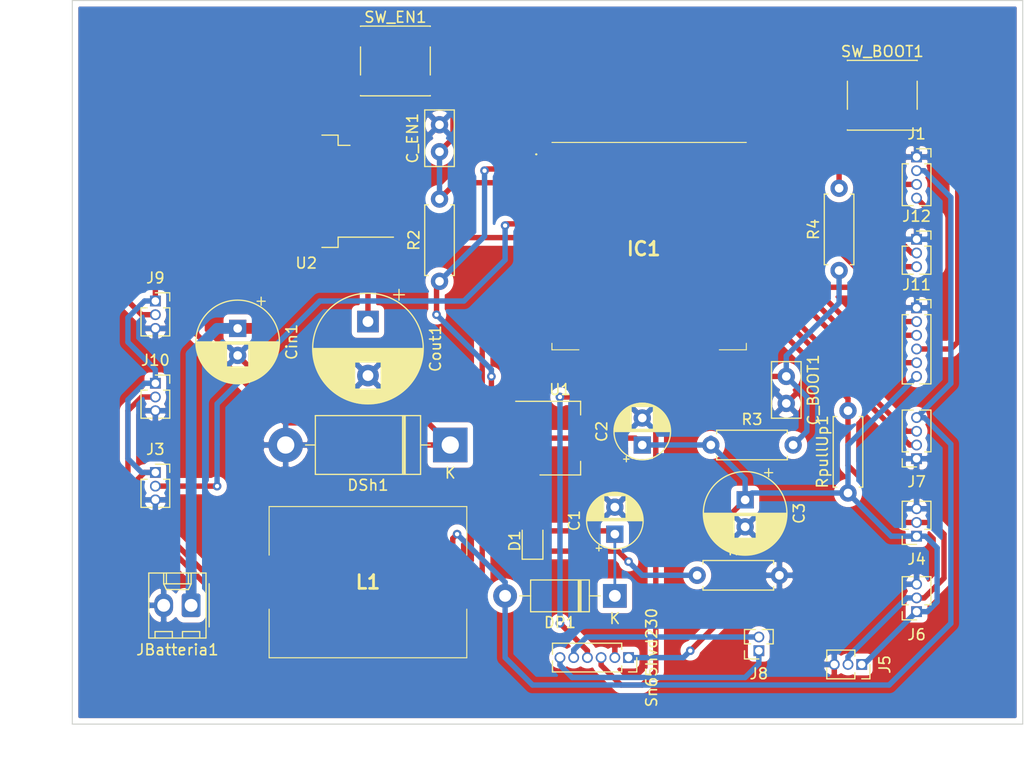
<source format=kicad_pcb>
(kicad_pcb (version 20171130) (host pcbnew "(5.1.10)-1")
  (layers (0 F.Cu signal) (31 B.Cu signal) (34 B.Paste user) (35 F.Paste user) (36 B.SilkS user) (37 F.SilkS user) (38 B.Mask user) (39 F.Mask user) (44 Edge.Cuts user))
  (net 0 "")
  (net 1 GND)
  (net 2 V5V)
  (net 3 V3V3)
  (net 4 36V)
  (net 5 5VReg)
  (net 6 "Net-(D1-Pad1)")
  (net 7 "Net-(DSh1-Pad1)")
  (net 8 "Net-(IC1-Pad4)")
  (net 9 "Net-(IC1-Pad5)")
  (net 10 "Net-(IC1-Pad10)")
  (net 11 "Net-(IC1-Pad11)")
  (net 12 "Net-(IC1-Pad12)")
  (net 13 "Net-(IC1-Pad13)")
  (net 14 "Net-(IC1-Pad14)")
  (net 15 "Net-(IC1-Pad15)")
  (net 16 "Net-(IC1-Pad16)")
  (net 17 "Net-(IC1-Pad19)")
  (net 18 "Net-(IC1-Pad20)")
  (net 19 "Net-(IC1-Pad21)")
  (net 20 "Net-(IC1-Pad22)")
  (net 21 "Net-(IC1-Pad23)")
  (net 22 "Net-(IC1-Pad24)")
  (net 23 OutSensorTemp)
  (net 24 MOSI_micSD)
  (net 25 CS_microSD)
  (net 26 SCK_micSD)
  (net 27 MISO_micSD)
  (net 28 "Net-(IC1-Pad32)")
  (net 29 RX-LCD)
  (net 30 TX-LCD)
  (net 31 CAN_CTX)
  (net 32 CAN_CRX)
  (net 33 "Net-(IC1-Pad38)")
  (net 34 "Net-(IC1-Pad39)")
  (net 35 "Net-(IC1-Pad40)")
  (net 36 "Net-(IC1-Pad41)")
  (net 37 "Net-(IC1-Pad42)")
  (net 38 "Net-(IC1-Pad43)")
  (net 39 "Net-(IC1-Pad44)")
  (net 40 "Net-(IC1-Pad45)")
  (net 41 "Net-(IC1-Pad46)")
  (net 42 "Net-(IC1-Pad47)")
  (net 43 "Net-(J8-Pad1)")
  (net 44 "Net-(J8-Pad2)")
  (net 45 OutSensorCC)
  (net 46 OutSensorCD)
  (net 47 "Net-(IC1-Pad8)")
  (net 48 OutSensorV)
  (net 49 SDA)
  (net 50 SCL)
  (net 51 EN)
  (net 52 BOOT)
  (net 53 RXD0)
  (net 54 TXD0)
  (net 55 "Net-(R4-Pad2)")
  (module Capacitor_THT:CP_Radial_D7.5mm_P2.50mm (layer F.Cu) (at 114.3 102.235 270)
    (fp_text reference C3 (at 1.25 -5 90) (layer F.SilkS))
    (fp_text value 100u)
    (pad 1 thru_hole rect (at 0 0 270) (size 1.6 1.6) (drill 0.8) (layers *.Cu *.Mask) (net 3 V3V3))
    (pad 2 thru_hole circle (at 2.5 0 270) (size 1.6 1.6) (drill 0.8) (layers *.Cu *.Mask) (net 1 GND))
  )
  (module Connector_PinSocket_1.27mm:PinSocket_1x06_P1.27mm_Vertical (layer F.Cu) (at 130.175 84.455)
    (fp_text reference J11 (at 0 -2.135) (layer F.SilkS))
    (fp_text value "Conector MicroSD")
    (pad 1 thru_hole rect (at 0 0) (size 1 1) (drill 0.7) (layers *.Cu *.Mask) (net 1 GND))
    (pad 2 thru_hole oval (at 0 1.27) (size 1 1) (drill 0.7) (layers *.Cu *.Mask) (net 27 MISO_micSD))
    (pad 3 thru_hole oval (at 0 2.54) (size 1 1) (drill 0.7) (layers *.Cu *.Mask) (net 26 SCK_micSD))
    (pad 4 thru_hole oval (at 0 3.81) (size 1 1) (drill 0.7) (layers *.Cu *.Mask) (net 24 MOSI_micSD))
    (pad 5 thru_hole oval (at 0 5.08) (size 1 1) (drill 0.7) (layers *.Cu *.Mask) (net 25 CS_microSD))
    (pad 6 thru_hole oval (at 0 6.35) (size 1 1) (drill 0.7) (layers *.Cu *.Mask) (net 3 V3V3))
  )
  (module Connector_PinSocket_1.27mm:PinSocket_1x03_P1.27mm_Vertical (layer F.Cu) (at 130.175 78.105)
    (fp_text reference J12 (at 0 -2.135) (layer F.SilkS))
    (fp_text value USB_TTL)
    (pad 1 thru_hole rect (at 0 0) (size 1 1) (drill 0.7) (layers *.Cu *.Mask) (net 1 GND))
    (pad 2 thru_hole oval (at 0 1.27) (size 1 1) (drill 0.7) (layers *.Cu *.Mask) (net 54 TXD0))
    (pad 3 thru_hole oval (at 0 2.54) (size 1 1) (drill 0.7) (layers *.Cu *.Mask) (net 53 RXD0))
  )
  (module Resistor_THT:R_Axial_DIN0207_L6.3mm_D2.5mm_P7.62mm_Horizontal (layer F.Cu) (at 123 81 90)
    (fp_text reference R4 (at 3.81 -2.37 90) (layer F.SilkS))
    (fp_text value 470)
    (pad 1 thru_hole circle (at 0 0 90) (size 1.6 1.6) (drill 0.8) (layers *.Cu *.Mask) (net 52 BOOT))
    (pad 2 thru_hole oval (at 7.62 0 90) (size 1.6 1.6) (drill 0.8) (layers *.Cu *.Mask) (net 55 "Net-(R4-Pad2)"))
  )
  (module Connector_PinSocket_1.27mm:PinSocket_1x03_P1.27mm_Vertical (layer F.Cu) (at 59.69 91.44)
    (fp_text reference J10 (at 0 -2.135) (layer F.SilkS))
    (fp_text value "Connector Sensor Voltaje")
    (pad 1 thru_hole rect (at 0 0) (size 1 1) (drill 0.7) (layers *.Cu *.Mask) (net 5 5VReg))
    (pad 2 thru_hole oval (at 0 1.27) (size 1 1) (drill 0.7) (layers *.Cu *.Mask) (net 48 OutSensorV))
    (pad 3 thru_hole oval (at 0 2.54) (size 1 1) (drill 0.7) (layers *.Cu *.Mask) (net 1 GND))
  )
  (module Capacitor_THT:CP_Radial_D5.0mm_P2.50mm (layer F.Cu) (at 102.235 105.41 90)
    (fp_text reference C1 (at 1.25 -3.75 90) (layer F.SilkS))
    (fp_text value 10u)
    (pad 2 thru_hole circle (at 2.5 0 90) (size 1.6 1.6) (drill 0.8) (layers *.Cu *.Mask) (net 1 GND))
    (pad 1 thru_hole rect (at 0 0 90) (size 1.6 1.6) (drill 0.8) (layers *.Cu *.Mask) (net 2 V5V))
  )
  (module Capacitor_THT:CP_Radial_D5.0mm_P2.50mm (layer F.Cu) (at 104.775 97.155 90)
    (fp_text reference C2 (at 1.25 -3.75 90) (layer F.SilkS))
    (fp_text value 10u)
    (pad 1 thru_hole rect (at 0 0 90) (size 1.6 1.6) (drill 0.8) (layers *.Cu *.Mask) (net 3 V3V3))
    (pad 2 thru_hole circle (at 2.5 0 90) (size 1.6 1.6) (drill 0.8) (layers *.Cu *.Mask) (net 1 GND))
  )
  (module Capacitor_THT:CP_Radial_D7.5mm_P2.50mm (layer F.Cu) (at 67.31 86.36 270)
    (fp_text reference Cin1 (at 1.25 -5 90) (layer F.SilkS))
    (fp_text value 100uF)
    (pad 2 thru_hole circle (at 2.5 0 270) (size 1.6 1.6) (drill 0.8) (layers *.Cu *.Mask) (net 1 GND))
    (pad 1 thru_hole rect (at 0 0 270) (size 1.6 1.6) (drill 0.8) (layers *.Cu *.Mask) (net 4 36V))
  )
  (module Capacitor_THT:CP_Radial_D10.0mm_P5.00mm (layer F.Cu) (at 79.375 85.725 270)
    (fp_text reference Cout1 (at 2.5 -6.25 90) (layer F.SilkS))
    (fp_text value 1000uF)
    (pad 1 thru_hole rect (at 0 0 270) (size 2 2) (drill 1) (layers *.Cu *.Mask) (net 5 5VReg))
    (pad 2 thru_hole circle (at 5 0 270) (size 2 2) (drill 1) (layers *.Cu *.Mask) (net 1 GND))
  )
  (module Diode_THT:D_DO-201AD_P15.24mm_Horizontal (layer F.Cu) (at 86.995 97.155 180)
    (fp_text reference DSh1 (at 7.62 -3.72) (layer F.SilkS))
    (fp_text value 1N5822)
    (fp_text user K (at 0 -2.6) (layer F.SilkS))
    (pad 1 thru_hole rect (at 0 0 180) (size 3.2 3.2) (drill 1.6) (layers *.Cu *.Mask) (net 7 "Net-(DSh1-Pad1)"))
    (pad 2 thru_hole oval (at 15.24 0 180) (size 3.2 3.2) (drill 1.6) (layers *.Cu *.Mask) (net 1 GND))
  )
  (module ESP32WROOM32D:ESP32WROOM32DM113DH2800PH3Q0 (layer F.Cu) (at 105.41 78.74)
    (fp_text reference IC1 (at -0.5 0.25) (layer F.SilkS) (effects (font (size 1.27 1.27) (thickness 0.254))))
    (fp_text value ESP32-WROOM-32D_M113DH2800PH3Q0_ hide)
    (pad 1 smd rect (at -8.5 -8.41 90) (size 0.9 2) (layers F.Cu F.Paste F.Mask) (net 1 GND))
    (pad 2 smd rect (at -8.5 -7.14 90) (size 0.9 2) (layers F.Cu F.Paste F.Mask) (net 3 V3V3))
    (pad 3 smd rect (at -8.5 -5.87 90) (size 0.9 2) (layers F.Cu F.Paste F.Mask) (net 51 EN))
    (pad 4 smd rect (at -8.5 -4.6 90) (size 0.9 2) (layers F.Cu F.Paste F.Mask) (net 8 "Net-(IC1-Pad4)"))
    (pad 5 smd rect (at -8.5 -3.33 90) (size 0.9 2) (layers F.Cu F.Paste F.Mask) (net 9 "Net-(IC1-Pad5)"))
    (pad 6 smd rect (at -8.5 -2.06 90) (size 0.9 2) (layers F.Cu F.Paste F.Mask) (net 45 OutSensorCC))
    (pad 7 smd rect (at -8.5 -0.79 90) (size 0.9 2) (layers F.Cu F.Paste F.Mask) (net 46 OutSensorCD))
    (pad 8 smd rect (at -8.5 0.48 90) (size 0.9 2) (layers F.Cu F.Paste F.Mask) (net 47 "Net-(IC1-Pad8)"))
    (pad 9 smd rect (at -8.5 1.75 90) (size 0.9 2) (layers F.Cu F.Paste F.Mask) (net 48 OutSensorV))
    (pad 10 smd rect (at -8.5 3.02 90) (size 0.9 2) (layers F.Cu F.Paste F.Mask) (net 10 "Net-(IC1-Pad10)"))
    (pad 11 smd rect (at -8.5 4.29 90) (size 0.9 2) (layers F.Cu F.Paste F.Mask) (net 11 "Net-(IC1-Pad11)"))
    (pad 12 smd rect (at -8.5 5.56 90) (size 0.9 2) (layers F.Cu F.Paste F.Mask) (net 12 "Net-(IC1-Pad12)"))
    (pad 13 smd rect (at -8.5 6.83 90) (size 0.9 2) (layers F.Cu F.Paste F.Mask) (net 13 "Net-(IC1-Pad13)"))
    (pad 14 smd rect (at -8.5 8.1 90) (size 0.9 2) (layers F.Cu F.Paste F.Mask) (net 14 "Net-(IC1-Pad14)"))
    (pad 15 smd rect (at -5.715 9.1) (size 0.9 2) (layers F.Cu F.Paste F.Mask) (net 15 "Net-(IC1-Pad15)"))
    (pad 16 smd rect (at -4.445 9.1) (size 0.9 2) (layers F.Cu F.Paste F.Mask) (net 16 "Net-(IC1-Pad16)"))
    (pad 17 smd rect (at -3.175 9.1) (size 0.9 2) (layers F.Cu F.Paste F.Mask) (net 32 CAN_CRX))
    (pad 18 smd rect (at -1.905 9.1) (size 0.9 2) (layers F.Cu F.Paste F.Mask) (net 31 CAN_CTX))
    (pad 19 smd rect (at -0.635 9.1) (size 0.9 2) (layers F.Cu F.Paste F.Mask) (net 17 "Net-(IC1-Pad19)"))
    (pad 20 smd rect (at 0.635 9.1) (size 0.9 2) (layers F.Cu F.Paste F.Mask) (net 18 "Net-(IC1-Pad20)"))
    (pad 21 smd rect (at 1.905 9.1) (size 0.9 2) (layers F.Cu F.Paste F.Mask) (net 19 "Net-(IC1-Pad21)"))
    (pad 22 smd rect (at 3.175 9.1) (size 0.9 2) (layers F.Cu F.Paste F.Mask) (net 20 "Net-(IC1-Pad22)"))
    (pad 23 smd rect (at 4.445 9.1) (size 0.9 2) (layers F.Cu F.Paste F.Mask) (net 21 "Net-(IC1-Pad23)"))
    (pad 24 smd rect (at 5.715 9.1) (size 0.9 2) (layers F.Cu F.Paste F.Mask) (net 22 "Net-(IC1-Pad24)"))
    (pad 25 smd rect (at 8.5 8.1 90) (size 0.9 2) (layers F.Cu F.Paste F.Mask) (net 52 BOOT))
    (pad 26 smd rect (at 8.5 6.83 90) (size 0.9 2) (layers F.Cu F.Paste F.Mask) (net 23 OutSensorTemp))
    (pad 27 smd rect (at 8.5 5.56 90) (size 0.9 2) (layers F.Cu F.Paste F.Mask) (net 29 RX-LCD))
    (pad 28 smd rect (at 8.5 4.29 90) (size 0.9 2) (layers F.Cu F.Paste F.Mask) (net 30 TX-LCD))
    (pad 29 smd rect (at 8.5 3.02 90) (size 0.9 2) (layers F.Cu F.Paste F.Mask) (net 25 CS_microSD))
    (pad 30 smd rect (at 8.5 1.75 90) (size 0.9 2) (layers F.Cu F.Paste F.Mask) (net 26 SCK_micSD))
    (pad 31 smd rect (at 8.5 0.48 90) (size 0.9 2) (layers F.Cu F.Paste F.Mask) (net 27 MISO_micSD))
    (pad 32 smd rect (at 8.5 -0.79 90) (size 0.9 2) (layers F.Cu F.Paste F.Mask) (net 28 "Net-(IC1-Pad32)"))
    (pad 33 smd rect (at 8.5 -2.06 90) (size 0.9 2) (layers F.Cu F.Paste F.Mask) (net 49 SDA))
    (pad 34 smd rect (at 8.5 -3.33 90) (size 0.9 2) (layers F.Cu F.Paste F.Mask) (net 53 RXD0))
    (pad 35 smd rect (at 8.5 -4.6 90) (size 0.9 2) (layers F.Cu F.Paste F.Mask) (net 54 TXD0))
    (pad 36 smd rect (at 8.5 -5.87 90) (size 0.9 2) (layers F.Cu F.Paste F.Mask) (net 50 SCL))
    (pad 37 smd rect (at 8.5 -7.14 90) (size 0.9 2) (layers F.Cu F.Paste F.Mask) (net 24 MOSI_micSD))
    (pad 38 smd rect (at 8.5 -8.41 90) (size 0.9 2) (layers F.Cu F.Paste F.Mask) (net 33 "Net-(IC1-Pad38)"))
    (pad 39 smd rect (at -2.835 -2.745) (size 1.33 1.33) (layers F.Cu F.Paste F.Mask) (net 34 "Net-(IC1-Pad39)"))
    (pad 40 smd rect (at -1 -2.745) (size 1.33 1.33) (layers F.Cu F.Paste F.Mask) (net 35 "Net-(IC1-Pad40)"))
    (pad 41 smd rect (at 0.835 -2.745) (size 1.33 1.33) (layers F.Cu F.Paste F.Mask) (net 36 "Net-(IC1-Pad41)"))
    (pad 42 smd rect (at -2.835 -0.91) (size 1.33 1.33) (layers F.Cu F.Paste F.Mask) (net 37 "Net-(IC1-Pad42)"))
    (pad 43 smd rect (at -1 -0.91) (size 1.33 1.33) (layers F.Cu F.Paste F.Mask) (net 38 "Net-(IC1-Pad43)"))
    (pad 44 smd rect (at 0.835 -0.91) (size 1.33 1.33) (layers F.Cu F.Paste F.Mask) (net 39 "Net-(IC1-Pad44)"))
    (pad 45 smd rect (at -2.835 0.925) (size 1.33 1.33) (layers F.Cu F.Paste F.Mask) (net 40 "Net-(IC1-Pad45)"))
    (pad 46 smd rect (at -1 0.925) (size 1.33 1.33) (layers F.Cu F.Paste F.Mask) (net 41 "Net-(IC1-Pad46)"))
    (pad 47 smd rect (at 0.835 0.925) (size 1.33 1.33) (layers F.Cu F.Paste F.Mask) (net 42 "Net-(IC1-Pad47)"))
  )
  (module Connector_PinSocket_1.27mm:PinSocket_1x03_P1.27mm_Vertical (layer F.Cu) (at 59.69 99.695)
    (fp_text reference J3 (at 0 -2.135) (layer F.SilkS))
    (fp_text value "Connector Sensor Corriente Carga")
    (pad 3 thru_hole oval (at 0 2.54) (size 1 1) (drill 0.7) (layers *.Cu *.Mask) (net 1 GND))
    (pad 2 thru_hole oval (at 0 1.27) (size 1 1) (drill 0.7) (layers *.Cu *.Mask) (net 45 OutSensorCC))
    (pad 1 thru_hole rect (at 0 0) (size 1 1) (drill 0.7) (layers *.Cu *.Mask) (net 5 5VReg))
  )
  (module Connector_PinSocket_1.27mm:PinSocket_1x03_P1.27mm_Vertical (layer F.Cu) (at 130.175 105.6 180)
    (fp_text reference J4 (at 0 -2.135) (layer F.SilkS))
    (fp_text value "Connector Sensor Temp 1")
    (pad 1 thru_hole rect (at 0 0 180) (size 1 1) (drill 0.7) (layers *.Cu *.Mask) (net 3 V3V3))
    (pad 2 thru_hole oval (at 0 1.27 180) (size 1 1) (drill 0.7) (layers *.Cu *.Mask) (net 23 OutSensorTemp))
    (pad 3 thru_hole oval (at 0 2.54 180) (size 1 1) (drill 0.7) (layers *.Cu *.Mask) (net 1 GND))
  )
  (module Connector_PinSocket_1.27mm:PinSocket_1x03_P1.27mm_Vertical (layer F.Cu) (at 125.095 117.475 270)
    (fp_text reference J5 (at 0 -2.135 90) (layer F.SilkS))
    (fp_text value "Connector Sensor Temp 2")
    (pad 3 thru_hole oval (at 0 2.54 270) (size 1 1) (drill 0.7) (layers *.Cu *.Mask) (net 1 GND))
    (pad 2 thru_hole oval (at 0 1.27 270) (size 1 1) (drill 0.7) (layers *.Cu *.Mask) (net 23 OutSensorTemp))
    (pad 1 thru_hole rect (at 0 0 270) (size 1 1) (drill 0.7) (layers *.Cu *.Mask) (net 3 V3V3))
  )
  (module Connector_PinSocket_1.27mm:PinSocket_1x03_P1.27mm_Vertical (layer F.Cu) (at 130.175 112.585 180)
    (fp_text reference J6 (at 0 -2.135) (layer F.SilkS))
    (fp_text value "Connector Sensor Temp 3")
    (pad 1 thru_hole rect (at 0 0 180) (size 1 1) (drill 0.7) (layers *.Cu *.Mask) (net 3 V3V3))
    (pad 2 thru_hole oval (at 0 1.27 180) (size 1 1) (drill 0.7) (layers *.Cu *.Mask) (net 23 OutSensorTemp))
    (pad 3 thru_hole oval (at 0 2.54 180) (size 1 1) (drill 0.7) (layers *.Cu *.Mask) (net 1 GND))
  )
  (module Resistor_THT:R_Axial_DIN0207_L6.3mm_D2.5mm_P7.62mm_Horizontal (layer F.Cu) (at 109.855 109.22)
    (fp_text reference R1 (at 3.81 -2.37) (layer F.SilkS))
    (fp_text value 1k)
    (pad 1 thru_hole circle (at 0 0) (size 1.6 1.6) (drill 0.8) (layers *.Cu *.Mask) (net 6 "Net-(D1-Pad1)"))
    (pad 2 thru_hole oval (at 7.62 0) (size 1.6 1.6) (drill 0.8) (layers *.Cu *.Mask) (net 1 GND))
  )
  (module Resistor_THT:R_Axial_DIN0207_L6.3mm_D2.5mm_P7.62mm_Horizontal (layer F.Cu) (at 123.825 101.6 90)
    (fp_text reference RpullUp1 (at 3.81 -2.37 90) (layer F.SilkS))
    (fp_text value 4.7k)
    (pad 2 thru_hole oval (at 7.62 0 90) (size 1.6 1.6) (drill 0.8) (layers *.Cu *.Mask) (net 23 OutSensorTemp))
    (pad 1 thru_hole circle (at 0 0 90) (size 1.6 1.6) (drill 0.8) (layers *.Cu *.Mask) (net 3 V3V3))
  )
  (module Package_TO_SOT_SMD:SOT-223-3_TabPin2 (layer F.Cu) (at 97.155 96.52)
    (fp_text reference U1 (at 0 -4.5) (layer F.SilkS))
    (fp_text value AMS1117)
    (pad 2 smd rect (at 3.15 0) (size 2 3.8) (layers F.Cu F.Paste F.Mask) (net 3 V3V3))
    (pad 2 smd rect (at -3.15 0) (size 2 1.5) (layers F.Cu F.Paste F.Mask) (net 3 V3V3))
    (pad 3 smd rect (at -3.15 2.3) (size 2 1.5) (layers F.Cu F.Paste F.Mask) (net 2 V5V))
    (pad 1 smd rect (at -3.15 -2.3) (size 2 1.5) (layers F.Cu F.Paste F.Mask) (net 1 GND))
  )
  (module Package_TO_SOT_SMD:TO-263-5_TabPin3 (layer F.Cu) (at 73.66 73.66 180)
    (fp_text reference U2 (at 0 -6.65) (layer F.SilkS))
    (fp_text value LM2576S-5)
    (pad 1 smd rect (at -5.775 -3.4 180) (size 4.6 1.1) (layers F.Cu F.Paste F.Mask) (net 4 36V))
    (pad 2 smd rect (at -5.775 -1.7 180) (size 4.6 1.1) (layers F.Cu F.Paste F.Mask) (net 7 "Net-(DSh1-Pad1)"))
    (pad 3 smd rect (at -5.775 0 180) (size 4.6 1.1) (layers F.Cu F.Paste F.Mask) (net 1 GND))
    (pad 4 smd rect (at -5.775 1.7 180) (size 4.6 1.1) (layers F.Cu F.Paste F.Mask) (net 5 5VReg))
    (pad 5 smd rect (at -5.775 3.4 180) (size 4.6 1.1) (layers F.Cu F.Paste F.Mask) (net 1 GND))
    (pad 3 smd rect (at 3.375 0 180) (size 9.4 10.8) (layers F.Cu F.Mask) (net 1 GND))
  )
  (module Connector_PinSocket_1.27mm:PinSocket_1x03_P1.27mm_Vertical (layer F.Cu) (at 59.69 83.82)
    (fp_text reference J9 (at 0 -2.135) (layer F.SilkS))
    (fp_text value "Connector Sensor Corriente Descarga")
    (pad 3 thru_hole oval (at 0 2.54) (size 1 1) (drill 0.7) (layers *.Cu *.Mask) (net 1 GND))
    (pad 2 thru_hole oval (at 0 1.27) (size 1 1) (drill 0.7) (layers *.Cu *.Mask) (net 46 OutSensorCD))
    (pad 1 thru_hole rect (at 0 0) (size 1 1) (drill 0.7) (layers *.Cu *.Mask) (net 5 5VReg))
  )
  (module SDR11806-101KL:SDR1806101KL (layer F.Cu) (at 79.375 109.855)
    (fp_text reference L1 (at 0 0) (layer F.SilkS) (effects (font (size 1.27 1.27) (thickness 0.254))))
    (fp_text value SDR1806-101KL hide)
    (pad 1 smd rect (at -7.85 0 90) (size 2.9 3) (layers F.Cu F.Paste F.Mask) (net 7 "Net-(DSh1-Pad1)"))
    (pad 2 smd rect (at 7.85 0 90) (size 2.9 3) (layers F.Cu F.Paste F.Mask) (net 5 5VReg))
  )
  (module Diode_THT:D_DO-41_SOD81_P10.16mm_Horizontal (layer F.Cu) (at 102.235 111.125 180)
    (fp_text reference DP1 (at 5.08 -2.47) (layer F.SilkS))
    (fp_text value 1N5819)
    (fp_text user K (at 0 -2.1) (layer F.SilkS))
    (pad 1 thru_hole rect (at 0 0 180) (size 2.2 2.2) (drill 1.1) (layers *.Cu *.Mask) (net 2 V5V))
    (pad 2 thru_hole oval (at 10.16 0 180) (size 2.2 2.2) (drill 1.1) (layers *.Cu *.Mask) (net 5 5VReg))
  )
  (module Resistor_THT:R_Axial_DIN0207_L6.3mm_D2.5mm_P7.62mm_Horizontal (layer F.Cu) (at 86 82 90)
    (fp_text reference R2 (at 3.81 -2.37 90) (layer F.SilkS))
    (fp_text value 10k)
    (pad 1 thru_hole circle (at 0 0 90) (size 1.6 1.6) (drill 0.8) (layers *.Cu *.Mask) (net 3 V3V3))
    (pad 2 thru_hole oval (at 7.62 0 90) (size 1.6 1.6) (drill 0.8) (layers *.Cu *.Mask) (net 51 EN))
  )
  (module Resistor_THT:R_Axial_DIN0207_L6.3mm_D2.5mm_P7.62mm_Horizontal (layer F.Cu) (at 111.125 97.155)
    (fp_text reference R3 (at 3.81 -2.37) (layer F.SilkS))
    (fp_text value 10k)
    (pad 2 thru_hole oval (at 7.62 0) (size 1.6 1.6) (drill 0.8) (layers *.Cu *.Mask) (net 52 BOOT))
    (pad 1 thru_hole circle (at 0 0) (size 1.6 1.6) (drill 0.8) (layers *.Cu *.Mask) (net 3 V3V3))
  )
  (module Button_Switch_SMD:SW_Push_1P1T_NO_6x6mm_H9.5mm (layer F.Cu) (at 127 64.77)
    (fp_text reference SW_BOOT1 (at 0 -4.05) (layer F.SilkS))
    (fp_text value SW_Push)
    (pad 2 smd rect (at 3.975 2.25) (size 1.55 1.3) (layers F.Cu F.Paste F.Mask) (net 55 "Net-(R4-Pad2)"))
    (pad 1 smd rect (at 3.975 -2.25) (size 1.55 1.3) (layers F.Cu F.Paste F.Mask) (net 1 GND))
    (pad 1 smd rect (at -3.975 -2.25) (size 1.55 1.3) (layers F.Cu F.Paste F.Mask) (net 1 GND))
    (pad 2 smd rect (at -3.975 2.25) (size 1.55 1.3) (layers F.Cu F.Paste F.Mask) (net 55 "Net-(R4-Pad2)"))
  )
  (module Button_Switch_SMD:SW_Push_1P1T_NO_6x6mm_H9.5mm (layer F.Cu) (at 81.915 61.595)
    (fp_text reference SW_EN1 (at 0 -4.05) (layer F.SilkS))
    (fp_text value SW_Push)
    (pad 2 smd rect (at -3.975 2.25) (size 1.55 1.3) (layers F.Cu F.Paste F.Mask) (net 51 EN))
    (pad 1 smd rect (at -3.975 -2.25) (size 1.55 1.3) (layers F.Cu F.Paste F.Mask) (net 1 GND))
    (pad 1 smd rect (at 3.975 -2.25) (size 1.55 1.3) (layers F.Cu F.Paste F.Mask) (net 1 GND))
    (pad 2 smd rect (at 3.975 2.25) (size 1.55 1.3) (layers F.Cu F.Paste F.Mask) (net 51 EN))
  )
  (module LED_SMD:LED_0805_2012Metric (layer F.Cu) (at 94.615 106.045 90)
    (fp_text reference D1 (at 0 -1.65 90) (layer F.SilkS))
    (fp_text value LED)
    (pad 1 smd roundrect (at -0.9375 0 90) (size 0.975 1.4) (layers F.Cu F.Paste F.Mask) (net 6 "Net-(D1-Pad1)"))
    (pad 2 smd roundrect (at 0.9375 0 90) (size 0.975 1.4) (layers F.Cu F.Paste F.Mask) (net 2 V5V))
  )
  (module Connector_PinSocket_1.27mm:PinSocket_1x04_P1.27mm_Vertical (layer F.Cu) (at 130.175 70.485)
    (fp_text reference J1 (at 0 -2.135) (layer F.SilkS))
    (fp_text value I2C)
    (pad 4 thru_hole oval (at 0 3.81) (size 1 1) (drill 0.7) (layers *.Cu *.Mask) (net 49 SDA))
    (pad 3 thru_hole oval (at 0 2.54) (size 1 1) (drill 0.7) (layers *.Cu *.Mask) (net 50 SCL))
    (pad 2 thru_hole oval (at 0 1.27) (size 1 1) (drill 0.7) (layers *.Cu *.Mask) (net 5 5VReg))
    (pad 1 thru_hole rect (at 0 0) (size 1 1) (drill 0.7) (layers *.Cu *.Mask) (net 1 GND))
  )
  (module Connector_PinSocket_1.27mm:PinSocket_1x04_P1.27mm_Vertical (layer F.Cu) (at 130.175 98.425 180)
    (fp_text reference J7 (at 0 -2.135) (layer F.SilkS))
    (fp_text value LCD)
    (pad 1 thru_hole rect (at 0 0 180) (size 1 1) (drill 0.7) (layers *.Cu *.Mask) (net 1 GND))
    (pad 2 thru_hole oval (at 0 1.27 180) (size 1 1) (drill 0.7) (layers *.Cu *.Mask) (net 29 RX-LCD))
    (pad 3 thru_hole oval (at 0 2.54 180) (size 1 1) (drill 0.7) (layers *.Cu *.Mask) (net 30 TX-LCD))
    (pad 4 thru_hole oval (at 0 3.81 180) (size 1 1) (drill 0.7) (layers *.Cu *.Mask) (net 5 5VReg))
  )
  (module Connector_PinSocket_1.27mm:PinSocket_1x02_P1.27mm_Vertical (layer F.Cu) (at 115.57 116.205 180)
    (fp_text reference J8 (at 0 -2.135) (layer F.SilkS))
    (fp_text value Conn_01x02)
    (pad 1 thru_hole rect (at 0 0 180) (size 1 1) (drill 0.7) (layers *.Cu *.Mask) (net 43 "Net-(J8-Pad1)"))
    (pad 2 thru_hole oval (at 0 1.27 180) (size 1 1) (drill 0.7) (layers *.Cu *.Mask) (net 44 "Net-(J8-Pad2)"))
  )
  (module Connector_PinSocket_1.27mm:PinSocket_1x06_P1.27mm_Vertical (layer F.Cu) (at 103.505 116.84 270)
    (fp_text reference Sn65hvd230 (at 0 -2.135 90) (layer F.SilkS))
    (fp_text value TransceptorCanBus)
    (pad 1 thru_hole rect (at 0 0 270) (size 1 1) (drill 0.7) (layers *.Cu *.Mask) (net 3 V3V3))
    (pad 2 thru_hole oval (at 0 1.27 270) (size 1 1) (drill 0.7) (layers *.Cu *.Mask) (net 1 GND))
    (pad 3 thru_hole oval (at 0 2.54 270) (size 1 1) (drill 0.7) (layers *.Cu *.Mask) (net 31 CAN_CTX))
    (pad 4 thru_hole oval (at 0 3.81 270) (size 1 1) (drill 0.7) (layers *.Cu *.Mask) (net 32 CAN_CRX))
    (pad 5 thru_hole oval (at 0 5.08 270) (size 1 1) (drill 0.7) (layers *.Cu *.Mask) (net 44 "Net-(J8-Pad2)"))
    (pad 6 thru_hole oval (at 0 6.35 270) (size 1 1) (drill 0.7) (layers *.Cu *.Mask) (net 43 "Net-(J8-Pad1)"))
  )
  (module Connector_Molex:Molex_KK-254_AE-6410-02A_1x02_P2.54mm_Vertical (layer F.Cu) (at 63 112 180)
    (fp_text reference JBatteria1 (at 1.27 -4.12) (layer F.SilkS))
    (fp_text value Conn_01x02_Male)
    (pad 1 thru_hole roundrect (at 0 0 180) (size 1.74 2.19) (drill 1.19) (layers *.Cu *.Mask) (roundrect_rratio 0.1436775862068966) (net 4 36V))
    (pad 2 thru_hole oval (at 2.54 0 180) (size 1.74 2.19) (drill 1.19) (layers *.Cu *.Mask) (net 1 GND))
  )
  (module Capacitor_THT:C_Disc_D5.0mm_W2.5mm_P2.50mm (layer F.Cu) (at 118.11 90.805 270)
    (fp_text reference C_BOOT1 (at 1.25 -2.5 90) (layer F.SilkS))
    (fp_text value 100nF)
    (pad 2 thru_hole circle (at 2.5 0 270) (size 1.6 1.6) (drill 0.8) (layers *.Cu *.Mask) (net 1 GND))
    (pad 1 thru_hole circle (at 0 0 270) (size 1.6 1.6) (drill 0.8) (layers *.Cu *.Mask) (net 52 BOOT))
  )
  (module Capacitor_THT:C_Disc_D5.0mm_W2.5mm_P2.50mm (layer F.Cu) (at 86 70 90)
    (fp_text reference C_EN1 (at 1.25 -2.5 90) (layer F.SilkS))
    (fp_text value 100nF)
    (pad 1 thru_hole circle (at 0 0 90) (size 1.6 1.6) (drill 0.8) (layers *.Cu *.Mask) (net 51 EN))
    (pad 2 thru_hole circle (at 2.5 0 90) (size 1.6 1.6) (drill 0.8) (layers *.Cu *.Mask) (net 1 GND))
  )
  (gr_line (start 52 56) (end 53 56) (layer Edge.Cuts) (width 0.1))
  (gr_line (start 52 123) (end 52 56) (layer Edge.Cuts) (width 0.1))
  (gr_line (start 140 123) (end 52 123) (layer Edge.Cuts) (width 0.1))
  (gr_line (start 140 56) (end 140 123) (layer Edge.Cuts) (width 0.1))
  (gr_line (start 53 56) (end 140 56) (layer Edge.Cuts) (width 0.1))
  (segment (start 94.005 104.4975) (end 94.615 105.1075) (width 0.25) (layer F.Cu) (net 2))
  (segment (start 94.005 98.82) (end 94.005 104.4975) (width 0.5) (layer F.Cu) (net 2))
  (segment (start 102.235 111.125) (end 102.235 105.41) (width 0.25) (layer B.Cu) (net 2))
  (segment (start 101.9325 105.1075) (end 102.235 105.41) (width 0.25) (layer F.Cu) (net 2))
  (segment (start 94.615 105.1075) (end 101.9325 105.1075) (width 0.5) (layer F.Cu) (net 2))
  (segment (start 104.14 96.52) (end 104.775 97.155) (width 0.5) (layer F.Cu) (net 3))
  (segment (start 100.305 96.52) (end 104.14 96.52) (width 0.5) (layer F.Cu) (net 3))
  (segment (start 94.005 96.52) (end 100.305 96.52) (width 0.5) (layer F.Cu) (net 3))
  (segment (start 92.755 96.52) (end 92.679999 96.595001) (width 0.25) (layer F.Cu) (net 3))
  (segment (start 94.005 96.52) (end 92.755 96.52) (width 0.5) (layer F.Cu) (net 3))
  (segment (start 127.825 105.6) (end 123.825 101.6) (width 0.5) (layer B.Cu) (net 3))
  (segment (start 130.175 105.6) (end 127.825 105.6) (width 0.5) (layer B.Cu) (net 3))
  (segment (start 125.285 117.475) (end 130.175 112.585) (width 0.5) (layer B.Cu) (net 3))
  (segment (start 125.095 117.475) (end 125.285 117.475) (width 0.25) (layer B.Cu) (net 3))
  (segment (start 123.825 97.155) (end 130.175 90.805) (width 0.5) (layer B.Cu) (net 3))
  (segment (start 123.825 101.6) (end 123.825 97.155) (width 0.5) (layer B.Cu) (net 3))
  (via (at 90.805 90.805) (size 0.8) (drill 0.4) (layers F.Cu B.Cu) (net 3))
  (segment (start 90.805 94.57) (end 90.805 90.805) (width 0.5) (layer F.Cu) (net 3))
  (segment (start 92.755 96.52) (end 90.805 94.57) (width 0.5) (layer F.Cu) (net 3))
  (via (at 85.725 85.09) (size 0.8) (drill 0.4) (layers F.Cu B.Cu) (net 3))
  (segment (start 90.805 90.17) (end 85.725 85.09) (width 0.5) (layer B.Cu) (net 3))
  (segment (start 90.805 90.805) (end 90.805 90.17) (width 0.5) (layer B.Cu) (net 3))
  (segment (start 85.725 82.275) (end 86 82) (width 0.25) (layer F.Cu) (net 3))
  (segment (start 85.725 85.09) (end 85.725 82.275) (width 0.5) (layer F.Cu) (net 3))
  (segment (start 90.17 77.83) (end 86 82) (width 0.5) (layer B.Cu) (net 3))
  (segment (start 90.17 71.755) (end 90.17 77.83) (width 0.5) (layer B.Cu) (net 3))
  (segment (start 90.325 71.6) (end 90.17 71.755) (width 0.25) (layer F.Cu) (net 3))
  (segment (start 96.91 71.6) (end 90.325 71.6) (width 0.5) (layer F.Cu) (net 3))
  (via (at 90.17 71.755) (size 0.8) (drill 0.4) (layers F.Cu B.Cu) (net 3))
  (segment (start 110.49 97.155) (end 111.125 96.52) (width 0.5) (layer B.Cu) (net 3))
  (segment (start 114.935 101.6) (end 114.3 102.235) (width 0.5) (layer B.Cu) (net 3))
  (segment (start 123.825 101.6) (end 114.935 101.6) (width 0.5) (layer B.Cu) (net 3))
  (via (at 109.22 116.205) (size 0.8) (drill 0.4) (layers F.Cu B.Cu) (net 3))
  (segment (start 108.585 116.84) (end 109.22 116.205) (width 0.5) (layer B.Cu) (net 3))
  (segment (start 103.505 116.84) (end 108.585 116.84) (width 0.5) (layer B.Cu) (net 3))
  (segment (start 113.049999 103.485001) (end 114.3 102.235) (width 0.5) (layer F.Cu) (net 3))
  (segment (start 113.049999 112.375001) (end 113.049999 103.485001) (width 0.5) (layer F.Cu) (net 3))
  (segment (start 109.22 116.205) (end 113.049999 112.375001) (width 0.5) (layer F.Cu) (net 3))
  (segment (start 130.175 105.6) (end 131 105.6) (width 0.5) (layer B.Cu) (net 3))
  (segment (start 131 105.6) (end 132.08 106.68) (width 0.5) (layer B.Cu) (net 3))
  (segment (start 131.175 112.585) (end 130.175 112.585) (width 0.5) (layer B.Cu) (net 3))
  (segment (start 132.08 111.68) (end 131.175 112.585) (width 0.5) (layer B.Cu) (net 3))
  (segment (start 132.08 106.68) (end 132.08 111.68) (width 0.5) (layer B.Cu) (net 3))
  (segment (start 111.125 97.155) (end 104.775 97.155) (width 0.5) (layer B.Cu) (net 3))
  (segment (start 114.3 100.33) (end 111.125 97.155) (width 0.5) (layer B.Cu) (net 3))
  (segment (start 114.3 102.235) (end 114.3 100.33) (width 0.5) (layer B.Cu) (net 3))
  (segment (start 79.138518 77.06) (end 79.435 77.06) (width 1) (layer F.Cu) (net 4))
  (segment (start 69.838518 86.36) (end 79.138518 77.06) (width 1) (layer F.Cu) (net 4))
  (segment (start 67.31 86.36) (end 69.838518 86.36) (width 1) (layer F.Cu) (net 4))
  (segment (start 65.405 86.36) (end 67.31 86.36) (width 1) (layer B.Cu) (net 4))
  (segment (start 63 88.765) (end 65.405 86.36) (width 1) (layer B.Cu) (net 4))
  (segment (start 63 112) (end 63 88.765) (width 1) (layer B.Cu) (net 4))
  (via (at 87.63 105.41) (size 0.8) (drill 0.4) (layers F.Cu B.Cu) (net 5))
  (segment (start 87.225 105.815) (end 87.63 105.41) (width 0.5) (layer F.Cu) (net 5))
  (segment (start 87.225 109.855) (end 87.225 105.815) (width 0.5) (layer F.Cu) (net 5))
  (segment (start 92.075 109.855) (end 92.075 111.125) (width 0.5) (layer B.Cu) (net 5))
  (segment (start 87.63 105.41) (end 92.075 109.855) (width 0.5) (layer B.Cu) (net 5))
  (segment (start 79.375 85.725) (end 79.375 81.28) (width 0.5) (layer F.Cu) (net 5))
  (segment (start 81.395002 71.96) (end 79.435 71.96) (width 0.5) (layer F.Cu) (net 5))
  (segment (start 82.185001 72.749999) (end 81.395002 71.96) (width 0.5) (layer F.Cu) (net 5))
  (segment (start 82.185001 78.469999) (end 82.185001 72.749999) (width 0.5) (layer F.Cu) (net 5))
  (segment (start 79.375 81.28) (end 82.185001 78.469999) (width 0.5) (layer F.Cu) (net 5))
  (segment (start 59.69 73.344998) (end 59.69 83.82) (width 0.5) (layer F.Cu) (net 5))
  (segment (start 65.224999 67.809999) (end 59.69 73.344998) (width 0.5) (layer F.Cu) (net 5))
  (segment (start 80.645001 67.809999) (end 65.224999 67.809999) (width 0.5) (layer F.Cu) (net 5))
  (segment (start 82.55 69.714998) (end 80.645001 67.809999) (width 0.5) (layer F.Cu) (net 5))
  (segment (start 82.55 71.645) (end 82.55 69.714998) (width 0.5) (layer F.Cu) (net 5))
  (segment (start 82.235 71.96) (end 82.55 71.645) (width 0.5) (layer F.Cu) (net 5))
  (segment (start 79.435 71.96) (end 82.235 71.96) (width 0.5) (layer F.Cu) (net 5))
  (segment (start 130.882106 71.755) (end 133.35 74.222894) (width 0.5) (layer B.Cu) (net 5))
  (segment (start 130.175 71.755) (end 130.882106 71.755) (width 0.5) (layer B.Cu) (net 5))
  (segment (start 133.35 74.222894) (end 133.35 91.44) (width 0.5) (layer B.Cu) (net 5))
  (segment (start 133.35 91.44) (end 130.175 94.615) (width 0.5) (layer B.Cu) (net 5))
  (segment (start 130.311002 94.615) (end 130.175 94.615) (width 0.5) (layer B.Cu) (net 5))
  (segment (start 130.882106 94.615) (end 130.175 94.615) (width 0.5) (layer B.Cu) (net 5))
  (segment (start 133.35 97.082894) (end 130.882106 94.615) (width 0.5) (layer B.Cu) (net 5))
  (segment (start 133.35 113.665) (end 133.35 97.082894) (width 0.5) (layer B.Cu) (net 5))
  (segment (start 92.075 111.125) (end 92.075 116.84) (width 0.5) (layer B.Cu) (net 5))
  (segment (start 92.075 116.84) (end 94.615 119.38) (width 0.5) (layer B.Cu) (net 5))
  (segment (start 94.615 119.38) (end 127.635 119.38) (width 0.5) (layer B.Cu) (net 5))
  (segment (start 127.635 119.38) (end 133.35 113.665) (width 0.5) (layer B.Cu) (net 5))
  (segment (start 57.85001 100.53499) (end 58.69 99.695) (width 0.5) (layer F.Cu) (net 5))
  (segment (start 57.85001 102.580048) (end 57.85001 100.53499) (width 0.5) (layer F.Cu) (net 5))
  (segment (start 68.299962 113.03) (end 57.85001 102.580048) (width 0.5) (layer F.Cu) (net 5))
  (segment (start 58.69 99.695) (end 59.69 99.695) (width 0.5) (layer F.Cu) (net 5))
  (segment (start 84.05 113.03) (end 68.299962 113.03) (width 0.5) (layer F.Cu) (net 5))
  (segment (start 87.225 109.855) (end 84.05 113.03) (width 0.5) (layer F.Cu) (net 5))
  (segment (start 59.69 99.695) (end 58.42 99.695) (width 0.5) (layer B.Cu) (net 5))
  (segment (start 58.42 99.695) (end 57.15 98.425) (width 0.5) (layer B.Cu) (net 5))
  (segment (start 58.69 91.44) (end 59.69 91.44) (width 0.5) (layer B.Cu) (net 5))
  (segment (start 57.15 92.98) (end 58.69 91.44) (width 0.5) (layer B.Cu) (net 5))
  (segment (start 57.15 98.425) (end 57.15 92.98) (width 0.5) (layer B.Cu) (net 5))
  (segment (start 59.69 91.44) (end 59.69 90.17) (width 0.5) (layer B.Cu) (net 5))
  (segment (start 59.69 90.17) (end 57.15 87.63) (width 0.5) (layer B.Cu) (net 5))
  (segment (start 58.69 83.82) (end 59.69 83.82) (width 0.5) (layer B.Cu) (net 5))
  (segment (start 57.15 85.36) (end 58.69 83.82) (width 0.5) (layer B.Cu) (net 5))
  (segment (start 57.15 87.63) (end 57.15 85.36) (width 0.5) (layer B.Cu) (net 5))
  (via (at 103.505 107.95) (size 0.8) (drill 0.4) (layers F.Cu B.Cu) (net 6))
  (segment (start 102.5375 106.9825) (end 94.615 106.9825) (width 0.5) (layer F.Cu) (net 6))
  (segment (start 103.505 107.95) (end 102.5375 106.9825) (width 0.5) (layer F.Cu) (net 6))
  (segment (start 104.775 109.22) (end 103.505 107.95) (width 0.5) (layer B.Cu) (net 6))
  (segment (start 109.855 109.22) (end 104.775 109.22) (width 0.5) (layer B.Cu) (net 6))
  (segment (start 84.225 97.155) (end 71.525 109.855) (width 0.5) (layer F.Cu) (net 7))
  (segment (start 86.995 97.155) (end 84.225 97.155) (width 0.5) (layer F.Cu) (net 7))
  (segment (start 85.069999 95.229999) (end 86.995 97.155) (width 0.25) (layer F.Cu) (net 7))
  (segment (start 79.435 75.36) (end 77.474998 75.36) (width 0.5) (layer F.Cu) (net 7))
  (segment (start 75.435001 79.420001) (end 74.210002 80.645) (width 0.5) (layer F.Cu) (net 7))
  (segment (start 75.435001 77.399997) (end 75.435001 79.420001) (width 0.5) (layer F.Cu) (net 7))
  (segment (start 77.474998 75.36) (end 75.435001 77.399997) (width 0.5) (layer F.Cu) (net 7))
  (segment (start 74.210002 80.645) (end 65.405 80.645) (width 0.5) (layer F.Cu) (net 7))
  (segment (start 65.405 80.645) (end 63.5 82.55) (width 0.5) (layer F.Cu) (net 7))
  (segment (start 63.5 86.900002) (end 71.704997 95.104999) (width 0.5) (layer F.Cu) (net 7))
  (segment (start 84.944999 95.104999) (end 86.995 97.155) (width 0.5) (layer F.Cu) (net 7))
  (segment (start 71.704997 95.104999) (end 84.944999 95.104999) (width 0.5) (layer F.Cu) (net 7))
  (segment (start 63.5 82.55) (end 63.5 86.900002) (width 0.5) (layer F.Cu) (net 7))
  (segment (start 114.065 85.725) (end 113.91 85.57) (width 0.25) (layer F.Cu) (net 23))
  (segment (start 116.54637 85.57) (end 113.91 85.57) (width 0.5) (layer F.Cu) (net 23))
  (segment (start 123.825 92.84863) (end 116.54637 85.57) (width 0.5) (layer F.Cu) (net 23))
  (segment (start 123.825 93.98) (end 123.825 92.84863) (width 0.5) (layer F.Cu) (net 23))
  (segment (start 129.277894 111.315) (end 130.175 111.315) (width 0.5) (layer B.Cu) (net 23))
  (segment (start 123.825 116.767894) (end 129.277894 111.315) (width 0.5) (layer B.Cu) (net 23))
  (segment (start 123.825 117.475) (end 123.825 116.767894) (width 0.5) (layer B.Cu) (net 23))
  (segment (start 130.882106 111.315) (end 130.175 111.315) (width 0.5) (layer F.Cu) (net 23))
  (segment (start 132.715 109.482106) (end 130.882106 111.315) (width 0.5) (layer F.Cu) (net 23))
  (segment (start 132.715 105.41) (end 132.715 109.482106) (width 0.5) (layer F.Cu) (net 23))
  (segment (start 131.635 104.33) (end 132.715 105.41) (width 0.5) (layer F.Cu) (net 23))
  (segment (start 130.175 104.33) (end 131.635 104.33) (width 0.5) (layer F.Cu) (net 23))
  (segment (start 129.095 104.33) (end 130.175 104.33) (width 0.5) (layer F.Cu) (net 23))
  (segment (start 123.825 99.06) (end 129.095 104.33) (width 0.5) (layer F.Cu) (net 23))
  (segment (start 123.825 93.98) (end 123.825 99.06) (width 0.5) (layer F.Cu) (net 23))
  (segment (start 114.675002 71.6) (end 113.91 71.6) (width 0.25) (layer F.Cu) (net 24))
  (segment (start 113.755 71.755) (end 113.91 71.6) (width 0.25) (layer F.Cu) (net 24))
  (segment (start 114.900002 71.6) (end 113.91 71.6) (width 0.5) (layer F.Cu) (net 24))
  (segment (start 121.730002 64.77) (end 114.900002 71.6) (width 0.5) (layer F.Cu) (net 24))
  (segment (start 132.08 64.77) (end 121.730002 64.77) (width 0.5) (layer F.Cu) (net 24))
  (segment (start 133.985 66.675) (end 132.08 64.77) (width 0.5) (layer F.Cu) (net 24))
  (segment (start 133.985 87.63) (end 133.985 66.675) (width 0.5) (layer F.Cu) (net 24))
  (segment (start 133.35 88.265) (end 133.985 87.63) (width 0.5) (layer F.Cu) (net 24))
  (segment (start 130.175 88.265) (end 133.35 88.265) (width 0.5) (layer F.Cu) (net 24))
  (segment (start 130.175 89.535) (end 125.095 89.535) (width 0.5) (layer F.Cu) (net 25))
  (segment (start 117.32 81.76) (end 113.91 81.76) (width 0.5) (layer F.Cu) (net 25))
  (segment (start 125.095 89.535) (end 117.32 81.76) (width 0.5) (layer F.Cu) (net 25))
  (segment (start 130.175 86.995) (end 123.825 86.995) (width 0.5) (layer F.Cu) (net 26))
  (segment (start 117.32 80.49) (end 113.91 80.49) (width 0.5) (layer F.Cu) (net 26))
  (segment (start 123.825 86.995) (end 117.32 80.49) (width 0.5) (layer F.Cu) (net 26))
  (segment (start 113.91 79.22) (end 117.32 79.22) (width 0.5) (layer F.Cu) (net 27))
  (segment (start 123.825 85.725) (end 130.175 85.725) (width 0.5) (layer F.Cu) (net 27))
  (segment (start 117.32 79.22) (end 123.825 85.725) (width 0.5) (layer F.Cu) (net 27))
  (segment (start 113.91 84.3) (end 116.685 84.3) (width 0.5) (layer F.Cu) (net 29))
  (segment (start 116.685 84.3) (end 129.54 97.155) (width 0.5) (layer F.Cu) (net 29))
  (segment (start 129.54 97.155) (end 130.175 97.155) (width 0.5) (layer F.Cu) (net 29))
  (segment (start 113.91 83.03) (end 114.455 83.03) (width 0.5) (layer F.Cu) (net 30))
  (segment (start 114.455 83.03) (end 114.61 83.185) (width 0.5) (layer F.Cu) (net 30))
  (segment (start 116.404962 83.03) (end 113.91 83.03) (width 0.5) (layer F.Cu) (net 30))
  (segment (start 129.259962 95.885) (end 116.404962 83.03) (width 0.5) (layer F.Cu) (net 30))
  (segment (start 130.175 95.885) (end 129.259962 95.885) (width 0.5) (layer F.Cu) (net 30))
  (segment (start 100.965 116.703998) (end 100.965 116.84) (width 0.5) (layer F.Cu) (net 31))
  (segment (start 104.775 119.38) (end 102.797894 119.38) (width 0.5) (layer F.Cu) (net 31))
  (segment (start 100.965 117.547106) (end 100.965 116.84) (width 0.5) (layer F.Cu) (net 31))
  (segment (start 106.025001 91.860001) (end 106.025001 118.129999) (width 0.5) (layer F.Cu) (net 31))
  (segment (start 106.025001 118.129999) (end 104.775 119.38) (width 0.5) (layer F.Cu) (net 31))
  (segment (start 103.505 89.34) (end 106.025001 91.860001) (width 0.5) (layer F.Cu) (net 31))
  (segment (start 102.797894 119.38) (end 100.965 117.547106) (width 0.5) (layer F.Cu) (net 31))
  (segment (start 103.505 87.84) (end 103.505 89.34) (width 0.5) (layer F.Cu) (net 31))
  (segment (start 99.695 116.976002) (end 99.695 116.84) (width 0.5) (layer F.Cu) (net 32))
  (via (at 97.155 92.71) (size 0.8) (drill 0.4) (layers F.Cu B.Cu) (net 32))
  (segment (start 98.865 92.71) (end 97.155 92.71) (width 0.5) (layer F.Cu) (net 32))
  (segment (start 102.235 89.34) (end 98.865 92.71) (width 0.5) (layer F.Cu) (net 32))
  (segment (start 102.235 87.84) (end 102.235 89.34) (width 0.5) (layer F.Cu) (net 32))
  (via (at 97.155 113.665) (size 0.8) (drill 0.4) (layers F.Cu B.Cu) (net 32))
  (segment (start 97.155 92.71) (end 97.155 113.665) (width 0.5) (layer B.Cu) (net 32))
  (segment (start 99.695 116.205) (end 99.695 116.84) (width 0.5) (layer F.Cu) (net 32))
  (segment (start 97.155 113.665) (end 99.695 116.205) (width 0.5) (layer F.Cu) (net 32))
  (segment (start 115.57 116.205) (end 115.57 117.40999) (width 0.5) (layer B.Cu) (net 43))
  (segment (start 115.57 117.40999) (end 114.3 118.67999) (width 0.5) (layer B.Cu) (net 43))
  (segment (start 97.155 117.547106) (end 97.155 116.84) (width 0.5) (layer B.Cu) (net 43))
  (segment (start 98.287884 118.67999) (end 97.155 117.547106) (width 0.5) (layer B.Cu) (net 43))
  (segment (start 114.3 118.67999) (end 98.287884 118.67999) (width 0.5) (layer B.Cu) (net 43))
  (segment (start 98.473998 116.84) (end 98.425 116.84) (width 0.25) (layer B.Cu) (net 44))
  (segment (start 99.622894 114.935) (end 98.425 116.132894) (width 0.5) (layer B.Cu) (net 44))
  (segment (start 98.425 116.132894) (end 98.425 116.84) (width 0.5) (layer B.Cu) (net 44))
  (segment (start 115.57 114.935) (end 99.622894 114.935) (width 0.5) (layer B.Cu) (net 44))
  (via (at 92.075 76.835) (size 0.8) (drill 0.4) (layers F.Cu B.Cu) (net 45))
  (segment (start 92.23 76.68) (end 92.075 76.835) (width 0.25) (layer F.Cu) (net 45))
  (segment (start 96.91 76.68) (end 92.23 76.68) (width 0.5) (layer F.Cu) (net 45))
  (via (at 65.405 100.965) (size 0.8) (drill 0.4) (layers F.Cu B.Cu) (net 45))
  (segment (start 65.405 100.965) (end 59.69 100.965) (width 0.5) (layer F.Cu) (net 45))
  (segment (start 65.405 97.109998) (end 65.405 100.965) (width 0.5) (layer B.Cu) (net 45))
  (segment (start 74.93 83.82) (end 65.405 93.345) (width 0.5) (layer B.Cu) (net 45))
  (segment (start 88.265 83.82) (end 74.93 83.82) (width 0.5) (layer B.Cu) (net 45))
  (segment (start 92.075 80.01) (end 88.265 83.82) (width 0.5) (layer B.Cu) (net 45))
  (segment (start 65.405 93.345) (end 65.405 97.109998) (width 0.5) (layer B.Cu) (net 45))
  (segment (start 92.075 76.835) (end 92.075 80.01) (width 0.5) (layer B.Cu) (net 45))
  (segment (start 84.3 69.695) (end 80.01 65.405) (width 0.5) (layer F.Cu) (net 46))
  (segment (start 84.3 77.95) (end 84.3 69.695) (width 0.5) (layer F.Cu) (net 46))
  (segment (start 80.01 65.405) (end 60.325 65.405) (width 0.5) (layer F.Cu) (net 46))
  (segment (start 96.91 77.95) (end 84.3 77.95) (width 0.5) (layer F.Cu) (net 46))
  (segment (start 60.325 65.405) (end 57.15 68.58) (width 0.5) (layer F.Cu) (net 46))
  (segment (start 57.15 68.58) (end 57.15 83.82) (width 0.5) (layer F.Cu) (net 46))
  (segment (start 58.42 85.09) (end 59.69 85.09) (width 0.5) (layer F.Cu) (net 46))
  (segment (start 57.15 83.82) (end 58.42 85.09) (width 0.5) (layer F.Cu) (net 46))
  (segment (start 58.42 92.71) (end 59.69 92.71) (width 0.5) (layer F.Cu) (net 48))
  (segment (start 57.15 102.87) (end 57.15 93.98) (width 0.5) (layer F.Cu) (net 48))
  (segment (start 68.58 114.3) (end 57.15 102.87) (width 0.5) (layer F.Cu) (net 48))
  (segment (start 87.199998 114.3) (end 68.58 114.3) (width 0.5) (layer F.Cu) (net 48))
  (segment (start 89.954999 111.544999) (end 87.199998 114.3) (width 0.5) (layer F.Cu) (net 48))
  (segment (start 89.954999 85.945001) (end 89.954999 111.544999) (width 0.5) (layer F.Cu) (net 48))
  (segment (start 95.41 80.49) (end 89.954999 85.945001) (width 0.5) (layer F.Cu) (net 48))
  (segment (start 57.15 93.98) (end 58.42 92.71) (width 0.5) (layer F.Cu) (net 48))
  (segment (start 96.91 80.49) (end 95.41 80.49) (width 0.5) (layer F.Cu) (net 48))
  (segment (start 132.08 76.2) (end 130.175 74.295) (width 0.5) (layer F.Cu) (net 49))
  (segment (start 132.08 80.645) (end 132.08 76.2) (width 0.5) (layer F.Cu) (net 49))
  (segment (start 130.175 82.55) (end 132.08 80.645) (width 0.5) (layer F.Cu) (net 49))
  (segment (start 121.92 82.55) (end 130.175 82.55) (width 0.5) (layer F.Cu) (net 49))
  (segment (start 116.05 76.68) (end 121.92 82.55) (width 0.5) (layer F.Cu) (net 49))
  (segment (start 113.91 76.68) (end 116.05 76.68) (width 0.5) (layer F.Cu) (net 49))
  (segment (start 119.225 72.87) (end 123.19 76.835) (width 0.5) (layer F.Cu) (net 50))
  (segment (start 113.91 72.87) (end 119.225 72.87) (width 0.5) (layer F.Cu) (net 50))
  (segment (start 123.19 76.835) (end 125.095 76.835) (width 0.5) (layer F.Cu) (net 50))
  (segment (start 128.905 73.025) (end 130.175 73.025) (width 0.5) (layer F.Cu) (net 50))
  (segment (start 125.095 76.835) (end 128.905 73.025) (width 0.5) (layer F.Cu) (net 50))
  (segment (start 77.94 63.845) (end 85.89 63.845) (width 0.5) (layer F.Cu) (net 51))
  (segment (start 85.672176 70.36001) (end 86 70.36001) (width 0.5) (layer F.Cu) (net 51))
  (segment (start 87.51 72.87) (end 96.91 72.87) (width 0.5) (layer F.Cu) (net 51))
  (segment (start 86 74.38) (end 87.51 72.87) (width 0.5) (layer F.Cu) (net 51))
  (segment (start 85.89 63.845) (end 86.07 63.845) (width 0.5) (layer F.Cu) (net 51))
  (segment (start 87.250001 68.749999) (end 86 70) (width 0.5) (layer F.Cu) (net 51))
  (segment (start 87.250001 65.025001) (end 87.250001 68.749999) (width 0.5) (layer F.Cu) (net 51))
  (segment (start 86.07 63.845) (end 87.250001 65.025001) (width 0.5) (layer F.Cu) (net 51))
  (segment (start 86 70) (end 86 74.38) (width 0.5) (layer B.Cu) (net 51))
  (segment (start 113.91 87.29) (end 113.91 86.84) (width 0.25) (layer F.Cu) (net 52))
  (segment (start 113.91 86.84) (end 113.91 87.24) (width 0.5) (layer F.Cu) (net 52))
  (segment (start 123 81) (end 123 84.01) (width 0.5) (layer B.Cu) (net 52))
  (segment (start 118.745 97.155) (end 120.015 95.885) (width 0.5) (layer B.Cu) (net 52))
  (segment (start 120.015 95.885) (end 120.015 92.71) (width 0.5) (layer B.Cu) (net 52))
  (segment (start 120.015 92.71) (end 118.11 90.805) (width 0.5) (layer B.Cu) (net 52))
  (segment (start 118.11 88.9) (end 123 84.01) (width 0.5) (layer B.Cu) (net 52))
  (segment (start 118.11 90.805) (end 118.11 88.9) (width 0.5) (layer B.Cu) (net 52))
  (segment (start 113.91 86.84) (end 113.91 88.51) (width 0.5) (layer F.Cu) (net 52))
  (segment (start 116.205 90.805) (end 118.11 90.805) (width 0.5) (layer F.Cu) (net 52))
  (segment (start 113.91 88.51) (end 116.205 90.805) (width 0.5) (layer F.Cu) (net 52))
  (segment (start 114.675002 75.41) (end 113.91 75.41) (width 0.25) (layer F.Cu) (net 53))
  (segment (start 113.91 75.41) (end 119.225 75.41) (width 0.5) (layer F.Cu) (net 53))
  (segment (start 124.46 80.645) (end 130.175 80.645) (width 0.5) (layer F.Cu) (net 53))
  (segment (start 119.225 75.41) (end 124.46 80.645) (width 0.5) (layer F.Cu) (net 53))
  (segment (start 114.675002 74.14) (end 113.91 74.14) (width 0.25) (layer F.Cu) (net 54))
  (segment (start 119.505038 74.14) (end 124.105038 78.74) (width 0.5) (layer F.Cu) (net 54))
  (segment (start 113.91 74.14) (end 119.505038 74.14) (width 0.5) (layer F.Cu) (net 54))
  (segment (start 129.718186 79.375) (end 130.175 79.375) (width 0.5) (layer F.Cu) (net 54))
  (segment (start 129.083186 78.74) (end 129.718186 79.375) (width 0.5) (layer F.Cu) (net 54))
  (segment (start 124.105038 78.74) (end 129.083186 78.74) (width 0.5) (layer F.Cu) (net 54))
  (segment (start 123 67.045) (end 123.025 67.02) (width 0.25) (layer F.Cu) (net 55))
  (segment (start 123 73.38) (end 123 67.045) (width 0.5) (layer F.Cu) (net 55))
  (segment (start 123.025 67.02) (end 130.975 67.02) (width 0.5) (layer F.Cu) (net 55))
  (zone (net 1) (net_name GND) (layer F.Cu) (connect_pads (clearance 0.508)) (min_thickness 0.254) (fill yes (arc_segments 32) (thermal_gap 0.508) (thermal_bridge_width 0.508))
    (polygon (pts (xy 140 123) (xy 52 123) (xy 52 56) (xy 140 56)))
  )
  (zone (net 1) (net_name GND) (layer B.Cu) (connect_pads (clearance 0.508)) (min_thickness 0.254) (fill yes (arc_segments 32) (thermal_gap 0.508) (thermal_bridge_width 0.508))
    (polygon (pts (xy 140 123) (xy 52 123) (xy 52 56) (xy 140 56)))
  )
)
</source>
